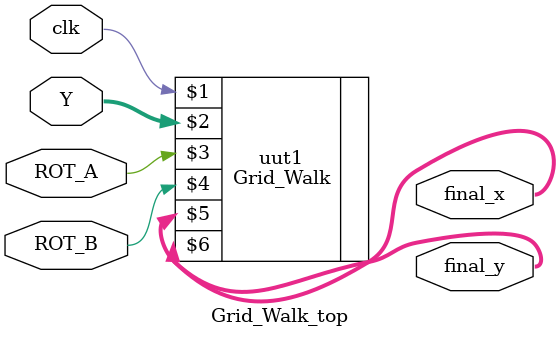
<source format=v>
`timescale 1ns / 1ps


module Grid_Walk_top( clk, Y, ROT_A, ROT_B, final_x, final_y);
	input clk, ROT_A, ROT_B;
	input[3:0] Y;	// 2 bit move length, 2 bit direction msb
	
	output[3:0] final_x,final_y;
	wire[3:0] final_x;
	wire[3:0] final_y;
	wire rotation_event;
	
	// rotation_check uut0(clk, ROT_A, ROT_B, rotation_event);
	Grid_Walk uut1(clk, Y, ROT_A, ROT_B, final_x, final_y);
      
endmodule


</source>
